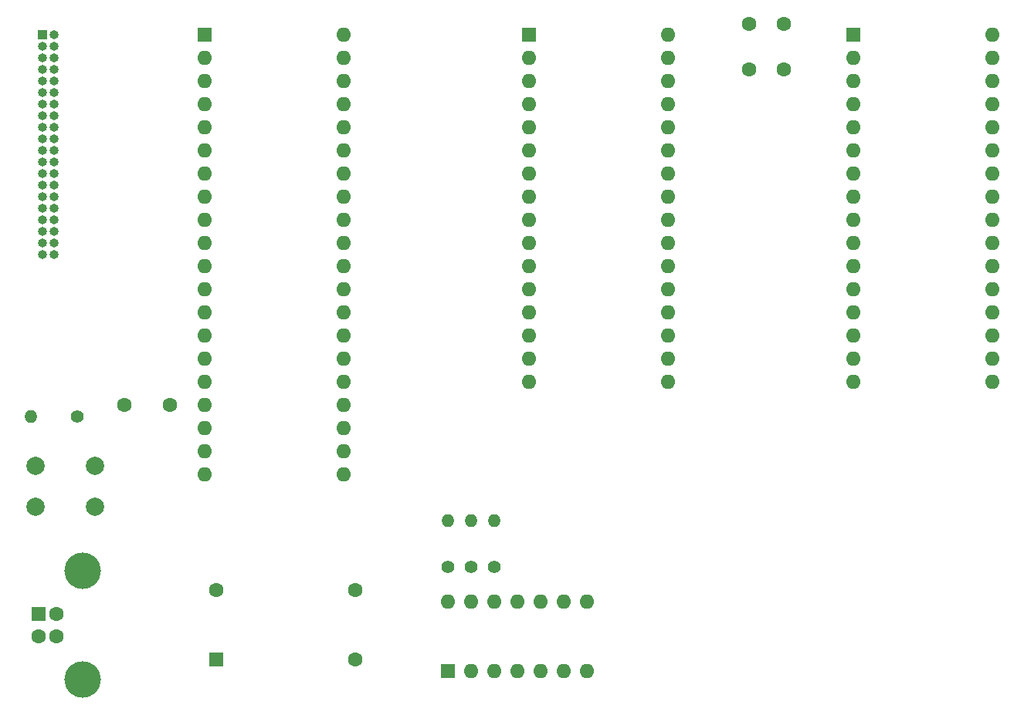
<source format=gbr>
%TF.GenerationSoftware,KiCad,Pcbnew,6.0.0*%
%TF.CreationDate,2022-01-05T13:28:49+01:00*%
%TF.ProjectId,glycon,676c7963-6f6e-42e6-9b69-6361645f7063,rev?*%
%TF.SameCoordinates,Original*%
%TF.FileFunction,Soldermask,Top*%
%TF.FilePolarity,Negative*%
%FSLAX46Y46*%
G04 Gerber Fmt 4.6, Leading zero omitted, Abs format (unit mm)*
G04 Created by KiCad (PCBNEW 6.0.0) date 2022-01-05 13:28:49*
%MOMM*%
%LPD*%
G01*
G04 APERTURE LIST*
%ADD10C,1.400000*%
%ADD11O,1.400000X1.400000*%
%ADD12R,1.600000X1.600000*%
%ADD13O,1.600000X1.600000*%
%ADD14C,1.600000*%
%ADD15C,2.000000*%
%ADD16C,4.000000*%
%ADD17R,1.000000X1.000000*%
%ADD18O,1.000000X1.000000*%
G04 APERTURE END LIST*
D10*
%TO.C,R2*%
X95250000Y-132080000D03*
D11*
X95250000Y-127000000D03*
%TD*%
D10*
%TO.C,R4*%
X100330000Y-132080000D03*
D11*
X100330000Y-127000000D03*
%TD*%
D12*
%TO.C,U1*%
X104140000Y-73660000D03*
D13*
X104140000Y-76200000D03*
X104140000Y-78740000D03*
X104140000Y-81280000D03*
X104140000Y-83820000D03*
X104140000Y-86360000D03*
X104140000Y-88900000D03*
X104140000Y-91440000D03*
X104140000Y-93980000D03*
X104140000Y-96520000D03*
X104140000Y-99060000D03*
X104140000Y-101600000D03*
X104140000Y-104140000D03*
X104140000Y-106680000D03*
X104140000Y-109220000D03*
X104140000Y-111760000D03*
X119380000Y-111760000D03*
X119380000Y-109220000D03*
X119380000Y-106680000D03*
X119380000Y-104140000D03*
X119380000Y-101600000D03*
X119380000Y-99060000D03*
X119380000Y-96520000D03*
X119380000Y-93980000D03*
X119380000Y-91440000D03*
X119380000Y-88900000D03*
X119380000Y-86360000D03*
X119380000Y-83820000D03*
X119380000Y-81280000D03*
X119380000Y-78740000D03*
X119380000Y-76200000D03*
X119380000Y-73660000D03*
%TD*%
D12*
%TO.C,X1*%
X69850000Y-142230000D03*
D14*
X85090000Y-142230000D03*
X85090000Y-134610000D03*
X69850000Y-134610000D03*
%TD*%
D15*
%TO.C,SW1*%
X50090000Y-120940000D03*
X56590000Y-120940000D03*
X56590000Y-125440000D03*
X50090000Y-125440000D03*
%TD*%
D12*
%TO.C,J2*%
X50362500Y-137180000D03*
D14*
X50362500Y-139680000D03*
X52362500Y-139680000D03*
X52362500Y-137180000D03*
D16*
X55222500Y-132430000D03*
X55222500Y-144430000D03*
%TD*%
D17*
%TO.C,J1*%
X50800000Y-73660000D03*
D18*
X52070000Y-73660000D03*
X50800000Y-74930000D03*
X52070000Y-74930000D03*
X50800000Y-76200000D03*
X52070000Y-76200000D03*
X50800000Y-77470000D03*
X52070000Y-77470000D03*
X50800000Y-78740000D03*
X52070000Y-78740000D03*
X50800000Y-80010000D03*
X52070000Y-80010000D03*
X50800000Y-81280000D03*
X52070000Y-81280000D03*
X50800000Y-82550000D03*
X52070000Y-82550000D03*
X50800000Y-83820000D03*
X52070000Y-83820000D03*
X50800000Y-85090000D03*
X52070000Y-85090000D03*
X50800000Y-86360000D03*
X52070000Y-86360000D03*
X50800000Y-87630000D03*
X52070000Y-87630000D03*
X50800000Y-88900000D03*
X52070000Y-88900000D03*
X50800000Y-90170000D03*
X52070000Y-90170000D03*
X50800000Y-91440000D03*
X52070000Y-91440000D03*
X50800000Y-92710000D03*
X52070000Y-92710000D03*
X50800000Y-93980000D03*
X52070000Y-93980000D03*
X50800000Y-95250000D03*
X52070000Y-95250000D03*
X50800000Y-96520000D03*
X52070000Y-96520000D03*
X50800000Y-97790000D03*
X52070000Y-97790000D03*
%TD*%
D14*
%TO.C,C1*%
X64770000Y-114300000D03*
X59770000Y-114300000D03*
%TD*%
D12*
%TO.C,U3*%
X95245000Y-143500000D03*
D13*
X97785000Y-143500000D03*
X100325000Y-143500000D03*
X102865000Y-143500000D03*
X105405000Y-143500000D03*
X107945000Y-143500000D03*
X110485000Y-143500000D03*
X110485000Y-135880000D03*
X107945000Y-135880000D03*
X105405000Y-135880000D03*
X102865000Y-135880000D03*
X100325000Y-135880000D03*
X97785000Y-135880000D03*
X95245000Y-135880000D03*
%TD*%
D14*
%TO.C,C2*%
X128270000Y-77430000D03*
X128270000Y-72430000D03*
%TD*%
D12*
%TO.C,U0*%
X68580000Y-73660000D03*
D13*
X68580000Y-76200000D03*
X68580000Y-78740000D03*
X68580000Y-81280000D03*
X68580000Y-83820000D03*
X68580000Y-86360000D03*
X68580000Y-88900000D03*
X68580000Y-91440000D03*
X68580000Y-93980000D03*
X68580000Y-96520000D03*
X68580000Y-99060000D03*
X68580000Y-101600000D03*
X68580000Y-104140000D03*
X68580000Y-106680000D03*
X68580000Y-109220000D03*
X68580000Y-111760000D03*
X68580000Y-114300000D03*
X68580000Y-116840000D03*
X68580000Y-119380000D03*
X68580000Y-121920000D03*
X83820000Y-121920000D03*
X83820000Y-119380000D03*
X83820000Y-116840000D03*
X83820000Y-114300000D03*
X83820000Y-111760000D03*
X83820000Y-109220000D03*
X83820000Y-106680000D03*
X83820000Y-104140000D03*
X83820000Y-101600000D03*
X83820000Y-99060000D03*
X83820000Y-96520000D03*
X83820000Y-93980000D03*
X83820000Y-91440000D03*
X83820000Y-88900000D03*
X83820000Y-86360000D03*
X83820000Y-83820000D03*
X83820000Y-81280000D03*
X83820000Y-78740000D03*
X83820000Y-76200000D03*
X83820000Y-73660000D03*
%TD*%
D12*
%TO.C,U2*%
X139700000Y-73660000D03*
D13*
X139700000Y-76200000D03*
X139700000Y-78740000D03*
X139700000Y-81280000D03*
X139700000Y-83820000D03*
X139700000Y-86360000D03*
X139700000Y-88900000D03*
X139700000Y-91440000D03*
X139700000Y-93980000D03*
X139700000Y-96520000D03*
X139700000Y-99060000D03*
X139700000Y-101600000D03*
X139700000Y-104140000D03*
X139700000Y-106680000D03*
X139700000Y-109220000D03*
X139700000Y-111760000D03*
X154940000Y-111760000D03*
X154940000Y-109220000D03*
X154940000Y-106680000D03*
X154940000Y-104140000D03*
X154940000Y-101600000D03*
X154940000Y-99060000D03*
X154940000Y-96520000D03*
X154940000Y-93980000D03*
X154940000Y-91440000D03*
X154940000Y-88900000D03*
X154940000Y-86360000D03*
X154940000Y-83820000D03*
X154940000Y-81280000D03*
X154940000Y-78740000D03*
X154940000Y-76200000D03*
X154940000Y-73660000D03*
%TD*%
D14*
%TO.C,C3*%
X132080000Y-77430000D03*
X132080000Y-72430000D03*
%TD*%
D10*
%TO.C,R1*%
X54610000Y-115570000D03*
D11*
X49530000Y-115570000D03*
%TD*%
D10*
%TO.C,R3*%
X97790000Y-132080000D03*
D11*
X97790000Y-127000000D03*
%TD*%
M02*

</source>
